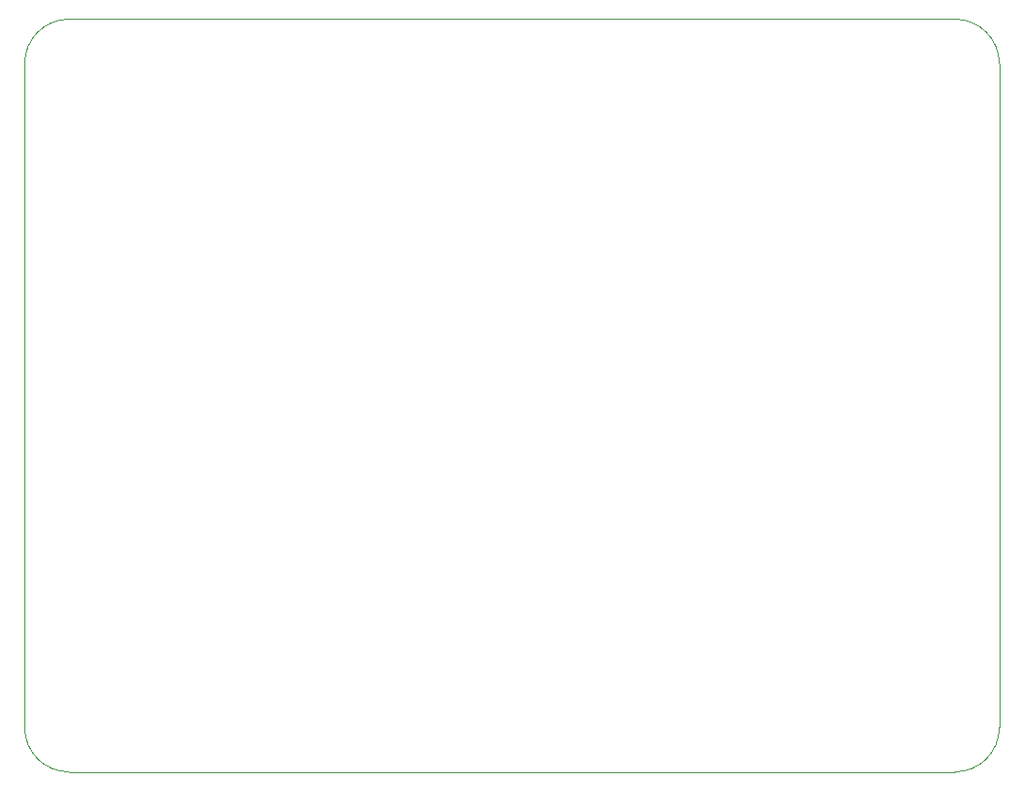
<source format=gm1>
G04 #@! TF.GenerationSoftware,KiCad,Pcbnew,(5.1.5)-3*
G04 #@! TF.CreationDate,2021-10-17T14:29:03-07:00*
G04 #@! TF.ProjectId,teensy_breakout,7465656e-7379-45f6-9272-65616b6f7574,rev?*
G04 #@! TF.SameCoordinates,Original*
G04 #@! TF.FileFunction,Profile,NP*
%FSLAX46Y46*%
G04 Gerber Fmt 4.6, Leading zero omitted, Abs format (unit mm)*
G04 Created by KiCad (PCBNEW (5.1.5)-3) date 2021-10-17 14:29:03*
%MOMM*%
%LPD*%
G04 APERTURE LIST*
%ADD10C,0.050000*%
G04 APERTURE END LIST*
D10*
X180000000Y-96000000D02*
X100000000Y-96000000D01*
X184000000Y-160000000D02*
X184000000Y-100000000D01*
X96000000Y-100000000D02*
G75*
G02X100000000Y-96000000I4000000J0D01*
G01*
X180000000Y-96000000D02*
G75*
G02X184000000Y-100000000I0J-4000000D01*
G01*
X184000000Y-160000000D02*
G75*
G02X180000000Y-164000000I-4000000J0D01*
G01*
X100000000Y-164000000D02*
G75*
G02X96000000Y-160000000I0J4000000D01*
G01*
X100000000Y-164000000D02*
X180000000Y-164000000D01*
X96000000Y-100000000D02*
X96000000Y-160000000D01*
M02*

</source>
